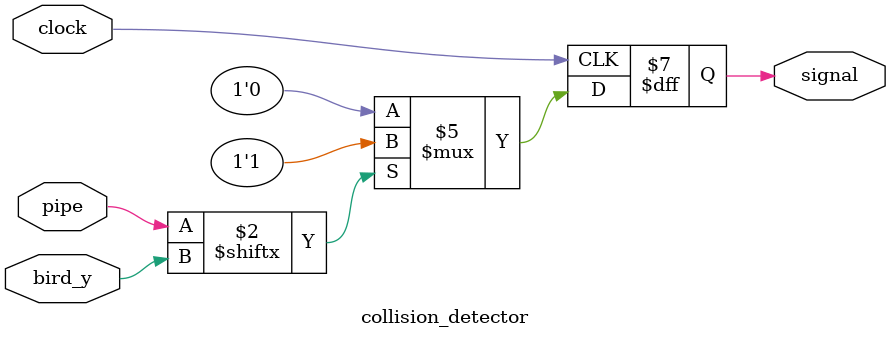
<source format=v>
module collision_detector(clock, bird_y, pipe, signal);

    input clock;
    input bird_y;
    input pipe;
    output signal;
    
	always@(posedge clock)
	begin
		if (pipe[bird_y] == 1'b1) begin
			signal <= 1'b1;
		end
  	else begin
			signal <= 1'b0;
		end
	end

endmodule
</source>
